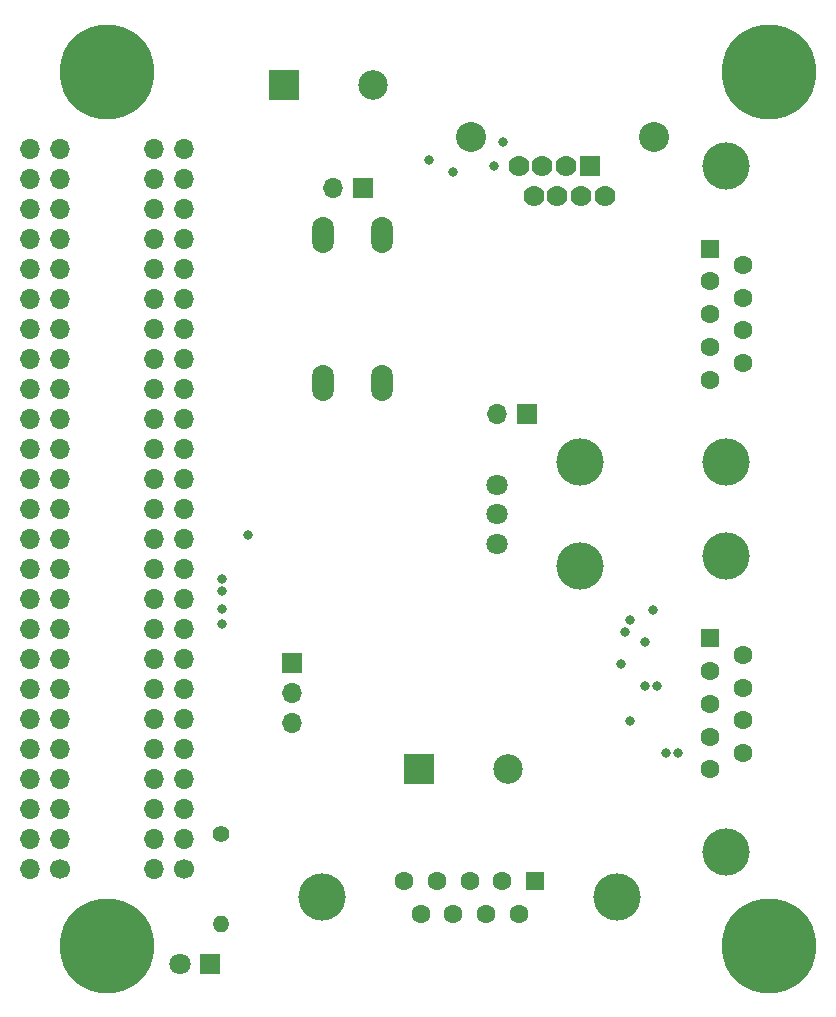
<source format=gbr>
G04 #@! TF.GenerationSoftware,KiCad,Pcbnew,8.0.3*
G04 #@! TF.CreationDate,2025-12-30T10:32:39+13:00*
G04 #@! TF.ProjectId,AWS_CPU_Interface_Board,4157535f-4350-4555-9f49-6e7465726661,rev?*
G04 #@! TF.SameCoordinates,Original*
G04 #@! TF.FileFunction,Soldermask,Bot*
G04 #@! TF.FilePolarity,Negative*
%FSLAX46Y46*%
G04 Gerber Fmt 4.6, Leading zero omitted, Abs format (unit mm)*
G04 Created by KiCad (PCBNEW 8.0.3) date 2025-12-30 10:32:39*
%MOMM*%
%LPD*%
G01*
G04 APERTURE LIST*
%ADD10R,2.500000X2.500000*%
%ADD11C,2.500000*%
%ADD12C,8.000000*%
%ADD13C,1.700000*%
%ADD14O,1.700000X1.700000*%
%ADD15C,4.000000*%
%ADD16C,1.800000*%
%ADD17R,1.700000X1.700000*%
%ADD18R,1.800000X1.800000*%
%ADD19R,1.778000X1.778000*%
%ADD20C,1.778000*%
%ADD21C,2.540000*%
%ADD22C,1.400000*%
%ADD23O,1.400000X1.400000*%
%ADD24O,1.850000X3.048000*%
%ADD25R,1.600000X1.600000*%
%ADD26C,1.600000*%
%ADD27C,0.800000*%
G04 APERTURE END LIST*
D10*
X129975000Y-60150000D03*
D11*
X137475000Y-60150000D03*
D12*
X171000000Y-59000000D03*
D13*
X121500000Y-126500000D03*
D14*
X118960000Y-126500000D03*
X121500000Y-123960000D03*
X118960000Y-123960000D03*
X121500000Y-121420000D03*
X118960000Y-121420000D03*
X121500000Y-118880000D03*
X118960000Y-118880000D03*
X121500000Y-116340000D03*
X118960000Y-116340000D03*
X121500000Y-113800000D03*
X118960000Y-113800000D03*
X121500000Y-111260000D03*
X118960000Y-111260000D03*
X121500000Y-108720000D03*
X118960000Y-108720000D03*
X121500000Y-106180000D03*
X118960000Y-106180000D03*
X121500000Y-103640000D03*
X118960000Y-103640000D03*
X121500000Y-101100000D03*
X118960000Y-101100000D03*
X121500000Y-98560000D03*
X118960000Y-98560000D03*
X121500000Y-96020000D03*
X118960000Y-96020000D03*
X121500000Y-93480000D03*
X118960000Y-93480000D03*
X121500000Y-90940000D03*
X118960000Y-90940000D03*
X121500000Y-88400000D03*
X118960000Y-88400000D03*
X121500000Y-85860000D03*
X118960000Y-85860000D03*
X121500000Y-83320000D03*
X118960000Y-83320000D03*
X121500000Y-80780000D03*
X118960000Y-80780000D03*
X121500000Y-78240000D03*
X118960000Y-78240000D03*
X121500000Y-75700000D03*
X118960000Y-75700000D03*
X121500000Y-73160000D03*
X118960000Y-73160000D03*
X121500000Y-70620000D03*
X118960000Y-70620000D03*
X121500000Y-68080000D03*
X118960000Y-68080000D03*
X121500000Y-65540000D03*
X118960000Y-65540000D03*
D15*
X155000000Y-92100000D03*
X155000000Y-100900000D03*
D16*
X148000000Y-99000000D03*
X148000000Y-96500000D03*
X148000000Y-94000000D03*
D12*
X115000000Y-59000000D03*
D10*
X141425000Y-118050000D03*
D11*
X148925000Y-118050000D03*
D17*
X150575000Y-88000000D03*
D14*
X148035000Y-88000000D03*
D18*
X123675000Y-134600000D03*
D16*
X121135000Y-134600000D03*
D19*
X155840000Y-67000000D03*
D20*
X157110000Y-69540000D03*
X153840000Y-67000000D03*
X155110000Y-69540000D03*
X151840000Y-67000000D03*
X153110000Y-69540000D03*
X149840000Y-67000000D03*
X151110000Y-69540000D03*
D21*
X161329000Y-64536200D03*
X145781000Y-64536200D03*
D12*
X171000000Y-133000000D03*
X115000000Y-133000000D03*
D17*
X136675000Y-68875000D03*
D14*
X134135000Y-68875000D03*
D22*
X124600000Y-123590000D03*
D23*
X124600000Y-131210000D03*
D14*
X108460000Y-126500000D03*
D13*
X111000000Y-126500000D03*
D14*
X108460000Y-123960000D03*
X111000000Y-123960000D03*
X108460000Y-121420000D03*
X111000000Y-121420000D03*
X108460000Y-118880000D03*
X111000000Y-118880000D03*
X108460000Y-116340000D03*
X111000000Y-116340000D03*
X108460000Y-113800000D03*
X111000000Y-113800000D03*
X108460000Y-111260000D03*
X111000000Y-111260000D03*
X108460000Y-108720000D03*
X111000000Y-108720000D03*
X108460000Y-106180000D03*
X111000000Y-106180000D03*
X108460000Y-103640000D03*
X111000000Y-103640000D03*
X108460000Y-101100000D03*
X111000000Y-101100000D03*
X108460000Y-98560000D03*
X111000000Y-98560000D03*
X108460000Y-96020000D03*
X111000000Y-96020000D03*
X108460000Y-93480000D03*
X111000000Y-93480000D03*
X108460000Y-90940000D03*
X111000000Y-90940000D03*
X108460000Y-88400000D03*
X111000000Y-88400000D03*
X108460000Y-85860000D03*
X111000000Y-85860000D03*
X108460000Y-83320000D03*
X111000000Y-83320000D03*
X108460000Y-80780000D03*
X111000000Y-80780000D03*
X108460000Y-78240000D03*
X111000000Y-78240000D03*
X108460000Y-75700000D03*
X111000000Y-75700000D03*
X108460000Y-73160000D03*
X111000000Y-73160000D03*
X108460000Y-70620000D03*
X111000000Y-70620000D03*
X108460000Y-68080000D03*
X111000000Y-68080000D03*
X108460000Y-65540000D03*
X111000000Y-65540000D03*
D24*
X138275000Y-72875000D03*
X138275000Y-85375000D03*
X133275000Y-72875000D03*
X133275000Y-85375000D03*
D15*
X133185000Y-128914669D03*
X158185000Y-128914669D03*
D25*
X151225000Y-127494669D03*
D26*
X148455000Y-127494669D03*
X145685000Y-127494669D03*
X142915000Y-127494669D03*
X140145000Y-127494669D03*
X149840000Y-130334669D03*
X147070000Y-130334669D03*
X144300000Y-130334669D03*
X141530000Y-130334669D03*
D15*
X167420000Y-125040000D03*
X167420000Y-100040000D03*
D25*
X166000000Y-107000000D03*
D26*
X166000000Y-109770000D03*
X166000000Y-112540000D03*
X166000000Y-115310000D03*
X166000000Y-118080000D03*
X168840000Y-108385000D03*
X168840000Y-111155000D03*
X168840000Y-113925000D03*
X168840000Y-116695000D03*
D15*
X167420000Y-92040000D03*
X167420000Y-67040000D03*
D25*
X166000000Y-74000000D03*
D26*
X166000000Y-76770000D03*
X166000000Y-79540000D03*
X166000000Y-82310000D03*
X166000000Y-85080000D03*
X168840000Y-75385000D03*
X168840000Y-78155000D03*
X168840000Y-80925000D03*
X168840000Y-83695000D03*
D17*
X130625000Y-109060000D03*
D14*
X130625000Y-111600000D03*
X130625000Y-114140000D03*
D27*
X126950000Y-98250000D03*
X158850000Y-106450000D03*
X159300000Y-114000000D03*
X163350000Y-116700000D03*
X159264834Y-105450000D03*
X161225000Y-104625000D03*
X161550000Y-111000000D03*
X142262647Y-66487327D03*
X148500000Y-65000000D03*
X144250078Y-67500000D03*
X147750010Y-67000000D03*
X162337347Y-116712653D03*
X158500000Y-109150000D03*
X124750000Y-104500000D03*
X124750000Y-105750000D03*
X124750000Y-103000000D03*
X160550000Y-111000000D03*
X160500000Y-107300000D03*
X124750000Y-101974680D03*
M02*

</source>
